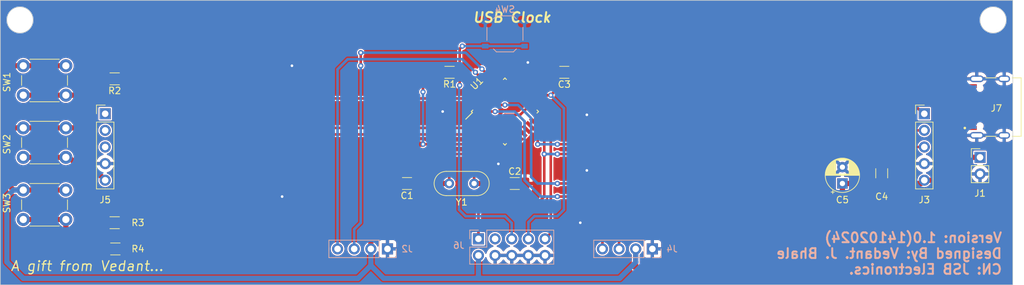
<source format=kicad_pcb>
(kicad_pcb (version 20221018) (generator pcbnew)
  (layers (0 "F.Cu" signal) (31 "B.Cu" signal) (34 "B.Paste" user) (35 "F.Paste" user) (36 "B.SilkS" user "B.Silkscreen") (37 "F.SilkS" user "F.Silkscreen") (38 "B.Mask" user) (39 "F.Mask" user) (44 "Edge.Cuts" user))
  (net 0 "")
  (net 1 "Net-(U1-XTAL1{slash}PB6)")
  (net 2 "GND")
  (net 3 "Net-(U1-XTAL2{slash}PB7)")
  (net 4 "+5V")
  (net 5 "/SDA")
  (net 6 "/SCL")
  (net 7 "Net-(U1-AREF)")
  (net 8 "/CS")
  (net 9 "/SCK")
  (net 10 "/Rx")
  (net 11 "/Tx")
  (net 12 "/UP")
  (net 13 "/SEL")
  (net 14 "/DWN")
  (net 20 "/MOSI")
  (net 28 "/RST")
  (net 29 "/MISO")
  (footprint "Capacitor_SMD:C_1206_3216Metric_Pad1.33x1.80mm_HandSolder" (layer "F.Cu") (at 129.5625 105 180)
    (fp_text reference "C1" (at 0 -1.85) (layer "F.SilkS"))
    (fp_text value "22pf")
    (pad "1" smd roundrect (at -1.5625 0 180) (size 1.325 1.8) (layers "F.Cu" "F.Paste" "F.Mask") (roundrect_rratio 0.188679) (net 1 "Net-(U1-XTAL1{slash}PB6)"))
    (pad "2" smd roundrect (at 1.5625 0 180) (size 1.325 1.8) (layers "F.Cu" "F.Paste" "F.Mask") (roundrect_rratio 0.188679) (net 2 "GND"))
  )
  (footprint "Resistor_SMD:R_1206_3216Metric_Pad1.30x1.75mm_HandSolder" (layer "F.Cu") (at 84.95 89 180)
    (fp_text reference "R2" (at 0 -1.82) (layer "F.SilkS"))
    (fp_text value "10K")
    (pad "1" smd roundrect (at -1.55 0 180) (size 1.3 1.75) (layers "F.Cu" "F.Paste" "F.Mask") (roundrect_rratio 0.192308) (net 2 "GND"))
    (pad "2" smd roundrect (at 1.55 0 180) (size 1.3 1.75) (layers "F.Cu" "F.Paste" "F.Mask") (roundrect_rratio 0.192308) (net 12 "/UP"))
  )
  (footprint "Button_Switch_THT:SW_PUSH_6mm" (layer "F.Cu") (at 77.5 110.5 180)
    (fp_text reference "SW3" (at 9 2.5 90) (layer "F.SilkS"))
    (fp_text value "SW_Down")
    (pad "1" thru_hole circle (at 0 0 270) (size 2 2) (drill 1.1) (layers "*.Cu" "*.Mask") (net 14 "/DWN"))
    (pad "1" thru_hole circle (at 6.5 0 270) (size 2 2) (drill 1.1) (layers "*.Cu" "*.Mask") (net 14 "/DWN"))
    (pad "2" thru_hole circle (at 0 4.5 270) (size 2 2) (drill 1.1) (layers "*.Cu" "*.Mask") (net 4 "+5V"))
    (pad "2" thru_hole circle (at 6.5 4.5 270) (size 2 2) (drill 1.1) (layers "*.Cu" "*.Mask") (net 4 "+5V"))
  )
  (footprint "Connector:TYPE-C USB Female" (layer "F.Cu") (at 217 93.32 90)
    (fp_text reference "J7" (at -0.18 2.5 180) (layer "F.SilkS"))
    (fp_text value "Type-C USB")
    (pad "" np_thru_hole circle (at -2.89 0 90) (size 0.65 0.65) (drill 0.65) (layers "*.Cu" "*.Mask"))
    (pad "" np_thru_hole circle (at 2.89 0 90) (size 0.65 0.65) (drill 0.65) (layers "*.Cu" "*.Mask"))
    (pad "A1_B12" smd rect (at -3.2 -1.065 90) (size 0.6 1.15) (layers "F.Cu" "F.Paste" "F.Mask") (net 2 "GND"))
    (pad "A4_B9" smd rect (at -2.4 -1.065 90) (size 0.6 1.15) (layers "F.Cu" "F.Paste" "F.Mask") (net 4 "+5V"))
    (pad "A5" smd rect (at -1.25 -1.065 90) (size 0.3 1.15) (layers "F.Cu" "F.Paste" "F.Mask"))
    (pad "A6" smd rect (at -0.25 -1.065 90) (size 0.3 1.15) (layers "F.Cu" "F.Paste" "F.Mask"))
    (pad "A7" smd rect (at 0.25 -1.065 90) (size 0.3 1.15) (layers "F.Cu" "F.Paste" "F.Mask"))
    (pad "A8" smd rect (at 1.25 -1.065 90) (size 0.3 1.15) (layers "F.Cu" "F.Paste" "F.Mask"))
    (pad "B1_A12" smd rect (at 3.2 -1.065 90) (size 0.6 1.15) (layers "F.Cu" "F.Paste" "F.Mask") (net 2 "GND"))
    (pad "B4_A9" smd rect (at 2.4 -1.065 90) (size 0.6 1.15) (layers "F.Cu" "F.Paste" "F.Mask") (net 4 "+5V"))
    (pad "B5" smd rect (at 1.75 -1.065 90) (size 0.3 1.15) (layers "F.Cu" "F.Paste" "F.Mask"))
    (pad "B6" smd rect (at 0.75 -1.065 90) (size 0.3 1.15) (layers "F.Cu" "F.Paste" "F.Mask"))
    (pad "B7" smd rect (at -0.75 -1.065 90) (size 0.3 1.15) (layers "F.Cu" "F.Paste" "F.Mask"))
    (pad "B8" smd rect (at -1.75 -1.065 90) (size 0.3 1.15) (layers "F.Cu" "F.Paste" "F.Mask"))
    (pad "S1" thru_hole oval (at -4.32 3.68 90) (size 1 1.8) (drill oval 0.6 1.4) (layers "*.Cu" "*.Mask") (net 2 "GND"))
    (pad "S2" thru_hole oval (at 4.32 3.68 90) (size 1 1.8) (drill oval 0.6 1.4) (layers "*.Cu" "*.Mask") (net 2 "GND"))
    (pad "S3" thru_hole oval (at -4.32 -0.5 90) (size 1 2.1) (drill oval 0.6 1.7) (layers "*.Cu" "*.Mask") (net 2 "GND"))
    (pad "S4" thru_hole oval (at 4.32 -0.5 90) (size 1 2.1) (drill oval 0.6 1.7) (layers "*.Cu" "*.Mask") (net 2 "GND"))
  )
  (footprint "Package_QFP:TQFP-32_7x7mm_P0.8mm" (layer "F.Cu") (at 144.5 94 45)
    (fp_text reference "U1" (at 0 -6.05 45) (layer "F.SilkS"))
    (fp_text value "ATmega328P-A")
    (pad "1" smd rect (at -4.25 -2.8 45) (size 1.6 0.55) (layers "F.Cu" "F.Paste" "F.Mask") (net 13 "/SEL"))
    (pad "2" smd rect (at -4.25 -2 45) (size 1.6 0.55) (layers "F.Cu" "F.Paste" "F.Mask") (net 14 "/DWN"))
    (pad "3" smd rect (at -4.25 -1.2 45) (size 1.6 0.55) (layers "F.Cu" "F.Paste" "F.Mask") (net 2 "GND"))
    (pad "4" smd rect (at -4.25 -0.4 45) (size 1.6 0.55) (layers "F.Cu" "F.Paste" "F.Mask") (net 4 "+5V"))
    (pad "5" smd rect (at -4.25 0.4 45) (size 1.6 0.55) (layers "F.Cu" "F.Paste" "F.Mask") (net 2 "GND"))
    (pad "6" smd rect (at -4.25 1.2 45) (size 1.6 0.55) (layers "F.Cu" "F.Paste" "F.Mask") (net 4 "+5V"))
    (pad "7" smd rect (at -4.25 2 45) (size 1.6 0.55) (layers "F.Cu" "F.Paste" "F.Mask") (net 1 "Net-(U1-XTAL1{slash}PB6)"))
    (pad "8" smd rect (at -4.25 2.8 45) (size 1.6 0.55) (layers "F.Cu" "F.Paste" "F.Mask") (net 3 "Net-(U1-XTAL2{slash}PB7)"))
    (pad "9" smd rect (at -2.8 4.25 135) (size 1.6 0.55) (layers "F.Cu" "F.Paste" "F.Mask"))
    (pad "10" smd rect (at -2 4.25 135) (size 1.6 0.55) (layers "F.Cu" "F.Paste" "F.Mask"))
    (pad "11" smd rect (at -1.2 4.25 135) (size 1.6 0.55) (layers "F.Cu" "F.Paste" "F.Mask"))
    (pad "12" smd rect (at -0.4 4.25 135) (size 1.6 0.55) (layers "F.Cu" "F.Paste" "F.Mask"))
    (pad "13" smd rect (at 0.4 4.25 135) (size 1.6 0.55) (layers "F.Cu" "F.Paste" "F.Mask"))
    (pad "14" smd rect (at 1.2 4.25 135) (size 1.6 0.55) (layers "F.Cu" "F.Paste" "F.Mask") (net 8 "/CS"))
    (pad "15" smd rect (at 2 4.25 135) (size 1.6 0.55) (layers "F.Cu" "F.Paste" "F.Mask") (net 20 "/MOSI"))
    (pad "16" smd rect (at 2.8 4.25 135) (size 1.6 0.55) (layers "F.Cu" "F.Paste" "F.Mask") (net 29 "/MISO"))
    (pad "17" smd rect (at 4.25 2.8 45) (size 1.6 0.55) (layers "F.Cu" "F.Paste" "F.Mask") (net 9 "/SCK"))
    (pad "18" smd rect (at 4.25 2 45) (size 1.6 0.55) (layers "F.Cu" "F.Paste" "F.Mask") (net 4 "+5V"))
    (pad "19" smd rect (at 4.25 1.2 45) (size 1.6 0.55) (layers "F.Cu" "F.Paste" "F.Mask"))
    (pad "20" smd rect (at 4.25 0.4 45) (size 1.6 0.55) (layers "F.Cu" "F.Paste" "F.Mask") (net 7 "Net-(U1-AREF)"))
    (pad "21" smd rect (at 4.25 -0.4 45) (size 1.6 0.55) (layers "F.Cu" "F.Paste" "F.Mask") (net 2 "GND"))
    (pad "22" smd rect (at 4.25 -1.2 45) (size 1.6 0.55) (layers "F.Cu" "F.Paste" "F.Mask"))
    (pad "23" smd rect (at 4.25 -2 45) (size 1.6 0.55) (layers "F.Cu" "F.Paste" "F.Mask"))
    (pad "24" smd rect (at 4.25 -2.8 45) (size 1.6 0.55) (layers "F.Cu" "F.Paste" "F.Mask"))
    (pad "25" smd rect (at 2.8 -4.25 135) (size 1.6 0.55) (layers "F.Cu" "F.Paste" "F.Mask"))
    (pad "26" smd rect (at 2 -4.25 135) (size 1.6 0.55) (layers "F.Cu" "F.Paste" "F.Mask"))
    (pad "27" smd rect (at 1.2 -4.25 135) (size 1.6 0.55) (layers "F.Cu" "F.Paste" "F.Mask") (net 5 "/SDA"))
    (pad "28" smd rect (at 0.4 -4.25 135) (size 1.6 0.55) (layers "F.Cu" "F.Paste" "F.Mask") (net 6 "/SCL"))
    (pad "29" smd rect (at -0.4 -4.25 135) (size 1.6 0.55) (layers "F.Cu" "F.Paste" "F.Mask") (net 28 "/RST"))
    (pad "30" smd rect (at -1.2 -4.25 135) (size 1.6 0.55) (layers "F.Cu" "F.Paste" "F.Mask") (net 10 "/Rx"))
    (pad "31" smd rect (at -2 -4.25 135) (size 1.6 0.55) (layers "F.Cu" "F.Paste" "F.Mask") (net 11 "/Tx"))
    (pad "32" smd rect (at -2.8 -4.25 135) (size 1.6 0.55) (layers "F.Cu" "F.Paste" "F.Mask") (net 12 "/UP"))
  )
  (footprint "Resistor_SMD:R_1206_3216Metric_Pad1.30x1.75mm_HandSolder" (layer "F.Cu") (at 85.05 115 180)
    (fp_text reference "R4" (at -3.45 0) (layer "F.SilkS"))
    (fp_text value "10K")
    (pad "1" smd roundrect (at -1.55 0 180) (size 1.3 1.75) (layers "F.Cu" "F.Paste" "F.Mask") (roundrect_rratio 0.192308) (net 2 "GND"))
    (pad "2" smd roundrect (at 1.55 0 180) (size 1.3 1.75) (layers "F.Cu" "F.Paste" "F.Mask") (roundrect_rratio 0.192308) (net 14 "/DWN"))
  )
  (footprint "Connector_PinHeader_2.54mm:PinHeader_1x05_P2.54mm_Vertical" (layer "F.Cu") (at 83.5 94.34)
    (fp_text reference "J5" (at 0 13.16) (layer "F.SilkS"))
    (fp_text value "Matrix_OUT")
    (pad "1" thru_hole rect (at 0 0) (size 1.7 1.7) (drill 1) (layers "*.Cu" "*.Mask"))
    (pad "2" thru_hole oval (at 0 2.54) (size 1.7 1.7) (drill 1) (layers "*.Cu" "*.Mask"))
    (pad "3" thru_hole oval (at 0 5.08) (size 1.7 1.7) (drill 1) (layers "*.Cu" "*.Mask"))
    (pad "4" thru_hole oval (at 0 7.62) (size 1.7 1.7) (drill 1) (layers "*.Cu" "*.Mask") (net 2 "GND"))
    (pad "5" thru_hole oval (at 0 10.16) (size 1.7 1.7) (drill 1) (layers "*.Cu" "*.Mask") (net 4 "+5V"))
  )
  (footprint "Button_Switch_THT:SW_PUSH_6mm" (layer "F.Cu") (at 77.5 101 180)
    (fp_text reference "SW2" (at 9 2 90) (layer "F.SilkS"))
    (fp_text value "SW_Sel")
    (pad "1" thru_hole circle (at 0 0 270) (size 2 2) (drill 1.1) (layers "*.Cu" "*.Mask") (net 13 "/SEL"))
    (pad "1" thru_hole circle (at 6.5 0 270) (size 2 2) (drill 1.1) (layers "*.Cu" "*.Mask") (net 13 "/SEL"))
    (pad "2" thru_hole circle (at 0 4.5 270) (size 2 2) (drill 1.1) (layers "*.Cu" "*.Mask") (net 4 "+5V"))
    (pad "2" thru_hole circle (at 6.5 4.5 270) (size 2 2) (drill 1.1) (layers "*.Cu" "*.Mask") (net 4 "+5V"))
  )
  (footprint "Capacitor_SMD:C_1206_3216Metric_Pad1.33x1.80mm_HandSolder" (layer "F.Cu") (at 153.5625 88 180)
    (fp_text reference "C3" (at 0 -1.85) (layer "F.SilkS"))
    (fp_text value "0.1uf")
    (pad "1" smd roundrect (at -1.5625 0 180) (size 1.325 1.8) (layers "F.Cu" "F.Paste" "F.Mask") (roundrect_rratio 0.188679) (net 2 "GND"))
    (pad "2" smd roundrect (at 1.5625 0 180) (size 1.325 1.8) (layers "F.Cu" "F.Paste" "F.Mask") (roundrect_rratio 0.188679) (net 7 "Net-(U1-AREF)"))
  )
  (footprint "Crystal:Crystal_HC52-6mm_Vertical" (layer "F.Cu") (at 139.8 105 180)
    (fp_text reference "Y1" (at 1.9 -2.85) (layer "F.SilkS"))
    (fp_text value "16MHz")
    (pad "1" thru_hole circle (at 0 0 180) (size 1.5 1.5) (drill 0.8) (layers "*.Cu" "*.Mask") (net 3 "Net-(U1-XTAL2{slash}PB7)"))
    (pad "2" thru_hole circle (at 3.8 0 180) (size 1.5 1.5) (drill 0.8) (layers "*.Cu" "*.Mask") (net 1 "Net-(U1-XTAL1{slash}PB6)"))
  )
  (footprint "Resistor_SMD:R_1206_3216Metric_Pad1.30x1.75mm_HandSolder" (layer "F.Cu") (at 84.95 111 180)
    (fp_text reference "R3" (at -3.55 0) (layer "F.SilkS"))
    (fp_text value "10K")
    (pad "1" smd roundrect (at -1.55 0 180) (size 1.3 1.75) (layers "F.Cu" "F.Paste" "F.Mask") (roundrect_rratio 0.192308) (net 2 "GND"))
    (pad "2" smd roundrect (at 1.55 0 180) (size 1.3 1.75) (layers "F.Cu" "F.Paste" "F.Mask") (roundrect_rratio 0.192308) (net 13 "/SEL"))
  )
  (footprint "Connector_PinHeader_2.54mm:PinHeader_1x05_P2.54mm_Vertical" (layer "F.Cu") (at 208.5 94.34)
    (fp_text reference "J3" (at 0 13.16) (layer "F.SilkS"))
    (fp_text value "Matrix_IN")
    (pad "1" thru_hole rect (at 0 0) (size 1.7 1.7) (drill 1) (layers "*.Cu" "*.Mask") (net 9 "/SCK"))
    (pad "2" thru_hole oval (at 0 2.54) (size 1.7 1.7) (drill 1) (layers "*.Cu" "*.Mask") (net 8 "/CS"))
    (pad "3" thru_hole oval (at 0 5.08) (size 1.7 1.7) (drill 1) (layers "*.Cu" "*.Mask") (net 20 "/MOSI"))
    (pad "4" thru_hole oval (at 0 7.62) (size 1.7 1.7) (drill 1) (layers "*.Cu" "*.Mask") (net 2 "GND"))
    (pad "5" thru_hole oval (at 0 10.16) (size 1.7 1.7) (drill 1) (layers "*.Cu" "*.Mask") (net 4 "+5V"))
  )
  (footprint "Capacitor_SMD:C_1206_3216Metric_Pad1.33x1.80mm_HandSolder" (layer "F.Cu") (at 146 105)
    (fp_text reference "C2" (at 0 -1.85) (layer "F.SilkS"))
    (fp_text value "22pf")
    (pad "1" smd roundrect (at -1.5625 0) (size 1.325 1.8) (layers "F.Cu" "F.Paste" "F.Mask") (roundrect_rratio 0.188679) (net 3 "Net-(U1-XTAL2{slash}PB7)"))
    (pad "2" smd roundrect (at 1.5625 0) (size 1.325 1.8) (layers "F.Cu" "F.Paste" "F.Mask") (roundrect_rratio 0.188679) (net 2 "GND"))
  )
  (footprint "Capacitor_SMD:C_1206_3216Metric_Pad1.33x1.80mm_HandSolder" (layer "F.Cu") (at 202 103.4375 -90)
    (fp_text reference "C4" (at 3.5625 0 -180) (layer "F.SilkS"))
    (fp_text value "0.1uf")
    (pad "1" smd roundrect (at -1.5625 0 270) (size 1.325 1.8) (layers "F.Cu" "F.Paste" "F.Mask") (roundrect_rratio 0.188679) (net 2 "GND"))
    (pad "2" smd roundrect (at 1.5625 0 270) (size 1.325 1.8) (layers "F.Cu" "F.Paste" "F.Mask") (roundrect_rratio 0.188679) (net 4 "+5V"))
  )
  (footprint "Button_Switch_THT:SW_PUSH_6mm" (layer "F.Cu") (at 77.5 91.5 180)
    (fp_text reference "SW1" (at 9 2 90) (layer "F.SilkS"))
    (fp_text value "SW_UP")
    (pad "1" thru_hole circle (at 0 0 270) (size 2 2) (drill 1.1) (layers "*.Cu" "*.Mask") (net 12 "/UP"))
    (pad "1" thru_hole circle (at 6.5 0 270) (size 2 2) (drill 1.1) (layers "*.Cu" "*.Mask") (net 12 "/UP"))
    (pad "2" thru_hole circle (at 0 4.5 270) (size 2 2) (drill 1.1) (layers "*.Cu" "*.Mask") (net 4 "+5V"))
    (pad "2" thru_hole circle (at 6.5 4.5 270) (size 2 2) (drill 1.1) (layers "*.Cu" "*.Mask") (net 4 "+5V"))
  )
  (footprint "Resistor_SMD:R_1206_3216Metric_Pad1.30x1.75mm_HandSolder" (layer "F.Cu") (at 136.05 88 180)
    (fp_text reference "R1" (at 0 -1.82) (layer "F.SilkS"))
    (fp_text value "10K")
    (pad "1" smd roundrect (at -1.55 0 180) (size 1.3 1.75) (layers "F.Cu" "F.Paste" "F.Mask") (roundrect_rratio 0.192308) (net 28 "/RST"))
    (pad "2" smd roundrect (at 1.55 0 180) (size 1.3 1.75) (layers "F.Cu" "F.Paste" "F.Mask") (roundrect_rratio 0.192308) (net 4 "+5V"))
  )
  (footprint "Capacitor_THT:CP_Radial_D5.0mm_P2.50mm" (layer "F.Cu") (at 196 105 90)
    (fp_text reference "C5" (at -2.5 0 180) (layer "F.SilkS"))
    (fp_text value "4.7uf")
    (pad "1" thru_hole rect (at 0 0 90) (size 1.6 1.6) (drill 0.8) (layers "*.Cu" "*.Mask") (net 4 "+5V"))
    (pad "2" thru_hole circle (at 2.5 0 90) (size 1.6 1.6) (drill 0.8) (layers "*.Cu" "*.Mask") (net 2 "GND"))
  )
  (footprint "Connector_PinHeader_2.54mm:PinHeader_1x02_P2.54mm_Vertical" (layer "F.Cu") (at 217 101)
    (fp_text reference "J1" (at 0 5.5 180) (layer "F.SilkS"))
    (fp_text value "USB_IN")
    (pad "1" thru_hole rect (at 0 0) (size 1.7 1.7) (drill 1) (layers "*.Cu" "*.Mask") (net 4 "+5V"))
    (pad "2" thru_hole oval (at 0 2.54) (size 1.7 1.7) (drill 1) (layers "*.Cu" "*.Mask") (net 2 "GND"))
  )
  (footprint "Connector_PinHeader_2.54mm:PinHeader_2x05_P2.54mm_Vertical" (layer "B.Cu") (at 140.46 113.46 -90)
    (fp_text reference "J6" (at 1 3) (layer "B.SilkS") (effects (justify mirror)))
    (fp_text value "AVR-ISP-10")
    (pad "1" thru_hole rect (at 0 0 270) (size 1.7 1.7) (drill 1) (layers "*.Cu" "*.Mask") (net 20 "/MOSI"))
    (pad "2" thru_hole oval (at 2.54 0 270) (size 1.7 1.7) (drill 1) (layers "*.Cu" "*.Mask") (net 4 "+5V"))
    (pad "3" thru_hole oval (at 0 -2.54 270) (size 1.7 1.7) (drill 1) (layers "*.Cu" "*.Mask"))
    (pad "4" thru_hole oval (at 2.54 -2.54 270) (size 1.7 1.7) (drill 1) (layers "*.Cu" "*.Mask") (net 2 "GND"))
    (pad "5" thru_hole oval (at 0 -5.08 270) (size 1.7 1.7) (drill 1) (layers "*.Cu" "*.Mask") (net 28 "/RST"))
    (pad "6" thru_hole oval (at 2.54 -5.08 270) (size 1.7 1.7) (drill 1) (layers "*.Cu" "*.Mask") (net 2 "GND"))
    (pad "7" thru_hole oval (at 0 -7.62 270) (size 1.7 1.7) (drill 1) (layers "*.Cu" "*.Mask") (net 9 "/SCK"))
    (pad "8" thru_hole oval (at 2.54 -7.62 270) (size 1.7 1.7) (drill 1) (layers "*.Cu" "*.Mask") (net 2 "GND"))
    (pad "9" thru_hole oval (at 0 -10.16 270) (size 1.7 1.7) (drill 1) (layers "*.Cu" "*.Mask") (net 29 "/MISO"))
    (pad "10" thru_hole oval (at 2.54 -10.16 270) (size 1.7 1.7) (drill 1) (layers "*.Cu" "*.Mask") (net 2 "GND"))
  )
  (footprint "Connector_PinHeader_2.54mm:PinHeader_1x04_P2.54mm_Vertical" (layer "B.Cu") (at 167 115 90)
    (fp_text reference "J4" (at 0 3 180) (layer "B.SilkS") (effects (justify mirror)))
    (fp_text value "UART")
    (pad "1" thru_hole rect (at 0 0 90) (size 1.7 1.7) (drill 1) (layers "*.Cu" "*.Mask") (net 2 "GND"))
    (pad "2" thru_hole oval (at 0 -2.54 90) (size 1.7 1.7) (drill 1) (layers "*.Cu" "*.Mask") (net 4 "+5V"))
    (pad "3" thru_hole oval (at 0 -5.08 90) (size 1.7 1.7) (drill 1) (layers "*.Cu" "*.Mask") (net 10 "/Rx"))
    (pad "4" thru_hole oval (at 0 -7.62 90) (size 1.7 1.7) (drill 1) (layers "*.Cu" "*.Mask") (net 11 "/Tx"))
  )
  (footprint "Connector_PinHeader_2.54mm:PinHeader_1x04_P2.54mm_Vertical" (layer "B.Cu") (at 126.58 115 90)
    (fp_text reference "J2" (at 0 3 180) (layer "B.SilkS") (effects (justify mirror)))
    (fp_text value "DS3231")
    (pad "1" thru_hole rect (at 0 0 90) (size 1.7 1.7) (drill 1) (layers "*.Cu" "*.Mask") (net 2 "GND"))
    (pad "2" thru_hole oval (at 0 -2.54 90) (size 1.7 1.7) (drill 1) (layers "*.Cu" "*.Mask") (net 4 "+5V"))
    (pad "3" thru_hole oval (at 0 -5.08 90) (size 1.7 1.7) (drill 1) (layers "*.Cu" "*.Mask") (net 5 "/SDA"))
    (pad "4" thru_hole oval (at 0 -7.62 90) (size 1.7 1.7) (drill 1) (layers "*.Cu" "*.Mask") (net 6 "/SCL"))
  )
  (footprint "Button_Switch_SMD:SW_Push_1P1T_XKB_TS-1187A" (layer "B.Cu") (at 144.5 82.125 180)
    (fp_text reference "SW4" (at 0 3.75) (layer "B.SilkS") (effects (justify mirror)))
    (fp_text value "RST")
    (pad "1" smd rect (at -3 1.875 180) (size 1 0.75) (layers "B.Cu" "B.Paste" "B.Mask") (net 2 "GND"))
    (pad "1" smd rect (at 3 1.875 180) (size 1 0.75) (layers "B.Cu" "B.Paste" "B.Mask") (net 2 "GND"))
    (pad "2" smd rect (at -3 -1.875 180) (size 1 0.75) (layers "B.Cu" "B.Paste" "B.Mask") (net 28 "/RST"))
    (pad "2" smd rect (at 3 -1.875 180) (size 1 0.75) (layers "B.Cu" "B.Paste" "B.Mask") (net 28 "/RST"))
  )
  (gr_circle (center 70.5 80) (end 72.5 80) (stroke (width 0.1)) (fill none) (layer "Edge.Cuts"))
  (gr_rect (start 67.5 77) (end 222 120.5) (stroke (width 0.1)) (fill none) (layer "Edge.Cuts"))
  (gr_circle (center 219 80) (end 221 80) (stroke (width 0.1)) (fill none) (layer "Edge.Cuts"))
  (gr_text "Version: 1.0(14102024)\nDesigned By: Vedant. J. Bhale\nCN: JSB Electronics." (at 220.5 119) (layer "B.SilkS") (effects (font (size 1.5 1.5) (thickness 0.3) bold) (justify left bottom mirror)))
  (gr_text "A gift from Vedant..." (at 69 118.5) (layer "F.SilkS") (effects (font (size 1.5 1.5) (thickness 0.1875) italic) (justify left bottom)))
  (gr_text "USB Clock" (at 139.5 80.5) (layer "F.SilkS") (effects (font (size 1.5 1.5) (thickness 0.3) bold italic) (justify left bottom)))
  (segment (start 136 105) (end 131.125 105) (width 0.8) (layer "F.Cu") (net 1))
  (segment (start 140.828427 100.5) (end 137 100.5) (width 0.4) (layer "F.Cu") (net 1))
  (segment (start 142.90901 98.419417) (end 140.828427 100.5) (width 0.4) (layer "F.Cu") (net 1))
  (segment (start 136 101.5) (end 136 105) (width 0.4) (layer "F.Cu") (net 1))
  (segment (start 137 100.5) (end 136 101.5) (width 0.4) (layer "F.Cu") (net 1))
  (via (at 148 86.5) (size 0.8) (drill 0.4) (layers "F.Cu" "B.Cu") (net 2))
  (via (at 112 87) (size 0.8) (drill 0.4) (layers "F.Cu" "B.Cu") (net 2))
  (via (at 157 103) (size 0.8) (drill 0.4) (layers "F.Cu" "B.Cu") (net 2))
  (via (at 157 94.5) (size 0.8) (drill 0.4) (layers "F.Cu" "B.Cu") (net 2))
  (via (at 135 94) (size 0.8) (drill 0.4) (layers "F.Cu" "B.Cu") (net 2))
  (via (at 143.5 102) (size 0.8) (drill 0.4) (layers "F.Cu" "B.Cu") (net 2))
  (via (at 156 111) (size 0.8) (drill 0.4) (layers "F.Cu" "B.Cu") (net 2))
  (via (at 110.5 107) (size 0.8) (drill 0.4) (layers "F.Cu" "B.Cu") (net 2))
  (segment (start 143.474695 98.985103) (end 139.8 102.659798) (width 0.4) (layer "F.Cu") (net 3))
  (segment (start 139.8 102.659798) (end 139.8 105) (width 0.4) (layer "F.Cu") (net 3))
  (segment (start 139.8 105) (end 144.4375 105) (width 0.8) (layer "F.Cu") (net 3))
  (segment (start 69.5 87) (end 68.5 88) (width 0.8) (layer "F.Cu") (net 4))
  (segment (start 214.58 90.92) (end 215.935 90.92) (width 0.4) (layer "F.Cu") (net 4))
  (segment (start 134.5 88) (end 133 88) (width 0.4) (layer "F.Cu") (net 4))
  (segment (start 148.919417 92.40901) (end 146.828427 94.5) (width 0.4) (layer "F.Cu") (net 4))
  (segment (start 124.04 100.46) (end 125.5 99) (width 0.8) (layer "F.Cu") (net 4))
  (segment (start 77.5 96.5) (end 79.5 96.5) (width 0.8) (layer "F.Cu") (net 4))
  (segment (start 71 87) (end 77.5 87) (width 0.8) (layer "F.Cu") (net 4))
  (segment (start 202 105) (end 208 105) (width 0.8) (layer "F.Cu") (net 4))
  (segment (start 214 95.72) (end 214 101) (width 0.4) (layer "F.Cu") (net 4))
  (segment (start 194 119) (end 196 117) (width 0.8) (layer "F.Cu") (net 4))
  (segment (start 144.5 94.5) (end 142.75 96.25) (width 0.4) (layer "F.Cu") (net 4))
  (segment (start 196 105) (end 202 105) (width 0.8) (layer "F.Cu") (net 4))
  (segment (start 208 105) (end 208.5 104.5) (width 0.8) (layer "F.Cu") (net 4))
  (segment (start 212 102) (end 213 101) (width 0.8) (layer "F.Cu") (net 4))
  (segment (start 165.5 119) (end 194 119) (width 0.8) (layer "F.Cu") (net 4))
  (segment (start 214 101) (end 217 101) (width 0.8) (layer "F.Cu") (net 4))
  (segment (start 164.46 115) (end 164.46 117.96) (width 0.8) (layer "F.Cu") (net 4))
  (segment (start 214 95.72) (end 214 91.5) (width 0.4) (layer "F.Cu") (net 4))
  (segment (start 142 96) (end 142.5 96) (width 0.4) (layer "F.Cu") (net 4))
  (segment (start 211.5 104.5) (end 212 104) (width 0.8) (layer "F.Cu") (net 4))
  (segment (start 68.5 88) (end 68.5 96.5) (width 0.8) (layer "F.Cu") (net 4))
  (segment (start 213 101) (end 214 101) (width 0.8) (layer "F.Cu") (net 4))
  (segment (start 143 96.5) (end 143 97.197056) (width 0.4) (layer "F.Cu") (net 4))
  (segment (start 142.75 96.25) (end 143 96.5) (width 0.4) (layer "F.Cu") (net 4))
  (segment (start 125.5 99) (end 132 99) (width 0.8) (layer "F.Cu") (net 4))
  (segment (start 212 104) (end 212 102) (width 0.8) (layer "F.Cu") (net 4))
  (segment (start 68.5 96.5) (end 68.5 105) (width 0.8) (layer "F.Cu") (net 4))
  (segment (start 71 96.5) (end 77.5 96.5) (width 0.8) (layer "F.Cu") (net 4))
  (segment (start 80.5 97.5) (end 80.5 101.5) (width 0.8) (layer "F.Cu") (net 4))
  (segment (start 146.828427 94.5) (end 144.5 94.5) (width 0.4) (layer "F.Cu") (net 4))
  (segment (start 196 117) (end 196 105) (width 0.8) (layer "F.Cu") (net 4))
  (segment (start 124.04 115) (end 124.04 100.46) (width 0.8) (layer "F.Cu") (net 4))
  (segment (start 71 87) (end 69.5 87) (width 0.8) (layer "F.Cu") (net 4))
  (segment (start 68.5 105) (end 69.5 106) (width 0.8) (layer "F.Cu") (net 4))
  (segment (start 142.5 96) (end 142.75 96.25) (width 0.4) (layer "F.Cu") (net 4))
  (segment (start 71 96.5) (end 68.5 96.5) (width 0.8) (layer "F.Cu") (net 4))
  (segment (start 79.5 96.5) (end 80.5 97.5) (width 0.8) (layer "F.Cu") (net 4))
  (segment (start 138.934314 99) (end 141.211953 96.722361) (width 0.4) (layer "F.Cu") (net 4))
  (segment (start 69.5 106) (end 71 106) (width 0.8) (layer "F.Cu") (net 4))
  (segment (start 164.46 117.96) (end 165.5 119) (width 0.8) (layer "F.Cu") (net 4))
  (segment (start 71 106) (end 77.5 106) (width 0.8) (layer "F.Cu") (net 4))
  (segment (start 80.5 101.5) (end 83.5 104.5) (width 0.8) (layer "F.Cu") (net 4))
  (segment (start 133 88) (end 132 89) (width 0.4) (layer "F.Cu") (net 4))
  (segment (start 208.5 104.5) (end 211.5 104.5) (width 0.8) (layer "F.Cu") (net 4))
  (segment (start 132 99) (end 138.934314 99) (width 0.4) (layer "F.Cu") (net 4))
  (segment (start 132 89) (end 132 91) (width 0.4) (layer "F.Cu") (net 4))
  (segment (start 143 97.197056) (end 142.343324 97.853732) (width 0.4) (layer "F.Cu") (net 4))
  (segment (start 141.277639 96.722361) (end 142 96) (width 0.4) (layer "F.Cu") (net 4))
  (segment (start 141.211953 96.722361) (end 141.277639 96.722361) (width 0.4) (layer "F.Cu") (net 4))
  (segment (start 214 91.5) (end 214.58 90.92) (width 0.4) (layer "F.Cu") (net 4))
  (segment (start 215.935 95.72) (end 214 95.72) (width 0.4) (layer "F.Cu") (net 4))
  (via (at 132 91) (size 0.8) (drill 0.4) (layers "F.Cu" "B.Cu") (net 4))
  (via (at 132 99) (size 0.8) (drill 0.4) (layers "F.Cu" "B.Cu") (net 4))
  (segment (start 140.5 119.5) (end 140.46 119.46) (width 0.8) (layer "B.Cu") (net 4))
  (segment (start 164.46 116.96) (end 164.46 115) (width 0.8) (layer "B.Cu") (net 4))
  (segment (start 69.5 106) (end 68.5 107) (width 0.8) (layer "B.Cu") (net 4))
  (segment (start 140.5 119.5) (end 162 119.5) (width 0.8) (layer "B.Cu") (net 4))
  (segment (start 124.04 117.54) (end 126 119.5) (width 0.8) (layer "B.Cu") (net 4))
  (segment (start 71 106) (end 69.5 106) (width 0.8) (layer "B.Cu") (net 4))
  (segment (start 68.5 117) (end 71 119.5) (width 0.8) (layer "B.Cu") (net 4))
  (segment (start 68.5 107) (end 68.5 117) (width 0.8) (layer "B.Cu") (net 4))
  (segment (start 126 119.5) (end 140.5 119.5) (width 0.8) (layer "B.Cu") (net 4))
  (segment (start 164.5 117) (end 164.46 116.96) (width 0.8) (layer "B.Cu") (net 4))
  (segment (start 122.08 119.5) (end 124.04 117.54) (width 0.8) (layer "B.Cu") (net 4))
  (segment (start 71 119.5) (end 122.08 119.5) (width 0.8) (layer "B.Cu") (net 4))
  (segment (start 162 119.5) (end 164.5 117) (width 0.8) (layer "B.Cu") (net 4))
  (segment (start 140.46 119.46) (end 140.46 116) (width 0.8) (layer "B.Cu") (net 4))
  (segment (start 132 91) (end 132 99) (width 0.4) (layer "B.Cu") (net 4))
  (segment (start 124.04 115) (end 124.04 117.54) (width 0.8) (layer "B.Cu") (net 4))
  (segment (start 141.5 89.302944) (end 141.5 88) (width 0.4) (layer "F.Cu") (net 5))
  (segment (start 122.5 85) (end 122.5 87) (width 0.4) (layer "F.Cu") (net 5))
  (segment (start 141.5 88) (end 141 87.5) (width 0.4) (layer "F.Cu") (net 5))
  (segment (start 142.343324 90.146268) (end 141.5 89.302944) (width 0.4) (layer "F.Cu") (net 5))
  (via (at 122.5 87) (size 0.8) (drill 0.4) (layers "F.Cu" "B.Cu") (net 5))
  (via (at 141 87.5) (size 0.8) (drill 0.4) (layers "F.Cu" "B.Cu") (net 5))
  (via (at 122.5 85) (size 0.8) (drill 0.4) (layers "F.Cu" "B.Cu") (net 5))
  (segment (start 141 87.5) (end 138.5 85) (width 0.4) (layer "B.Cu") (net 5))
  (segment (start 122.5 87) (end 122.5 111) (width 0.4) (layer "B.Cu") (net 5))
  (segment (start 122.5 111) (end 121.5 112) (width 0.4) (layer "B.Cu") (net 5))
  (segment (start 138.5 85) (end 122.5 85) (width 0.4) (layer "B.Cu") (net 5))
  (segment (start 121.5 112) (end 121.5 115) (width 0.4) (layer "B.Cu") (net 5))
  (segment (start 141.777639 90.711953) (end 140.6 89.534314) (width 0.4) (layer "F.Cu") (net 6))
  (segment (start 140.6 88.6) (end 140 88) (width 0.4) (layer "F.Cu") (net 6))
  (segment (start 140.6 89.534314) (end 140.6 88.6) (width 0.4) (layer "F.Cu") (net 6))
  (via (at 140 88) (size 0.8) (drill 0.4) (layers "F.Cu" "B.Cu") (net 6))
  (segment (start 118.96 115) (end 118.96 87.54) (width 0.4) (layer "B.Cu") (net 6))
  (segment (start 138 86) (end 140 88) (width 0.4) (layer "B.Cu") (net 6))
  (segment (start 118.96 87.54) (end 120.5 86) (width 0.4) (layer "B.Cu") (net 6))
  (segment (start 120.5 86) (end 138 86) (width 0.4) (layer "B.Cu") (net 6))
  (segment (start 147.788047 91.277639) (end 151.065686 88) (width 0.4) (layer "F.Cu") (net 7))
  (segment (start 151.065686 88) (end 152 88) (width 0.4) (layer "F.Cu") (net 7))
  (segment (start 193.12 96.88) (end 208.5 96.88) (width 0.4) (layer "F.Cu") (net 8))
  (segment (start 191 99) (end 193.12 96.88) (width 0.4) (layer "F.Cu") (net 8))
  (segment (start 152.5 99) (end 191 99) (width 0.4) (layer "F.Cu") (net 8))
  (segment (start 149.5 97.302944) (end 149.5 99) (width 0.4) (layer "F.Cu") (net 8))
  (segment (start 148.353732 96.156676) (end 149.5 97.302944) (width 0.4) (layer "F.Cu") (net 8))
  (via (at 152.5 99) (size 0.8) (drill 0.4) (layers "F.Cu" "B.Cu") (net 8))
  (via (at 149.5 99) (size 0.8) (drill 0.4) (layers "F.Cu" "B.Cu") (net 8))
  (segment (start 149.5 99) (end 152.5 99) (width 0.4) (layer "B.Cu") (net 8))
  (segment (start 167.5 91.5) (end 205.5 91.5) (width 0.4) (layer "F.Cu") (net 9))
  (segment (start 151.5 91.5) (end 150.959798 91.5) (width 0.4) (layer "F.Cu") (net 9))
  (segment (start 208.34 94.34) (end 208.5 94.34) (width 0.4) (layer "F.Cu") (net 9))
  (segment (start 205.5 91.5) (end 208.34 94.34) (width 0.4) (layer "F.Cu") (net 9))
  (segment (start 152.5 90.5) (end 151.5 91.5) (width 0.4) (layer "F.Cu") (net 9))
  (segment (start 150.959798 91.5) (end 149.485103 92.974695) (width 0.4) (layer "F.Cu") (net 9))
  (segment (start 166.5 90.5) (end 167.5 91.5) (width 0.4) (layer "F.Cu") (net 9))
  (segment (start 166.5 90.5) (end 152.5 90.5) (width 0.4) (layer "F.Cu") (net 9))
  (via (at 151.5 91.5) (size 0.8) (drill 0.4) (layers "F.Cu" "B.Cu") (net 9))
  (segment (start 153.5 93.5) (end 151.5 91.5) (width 0.4) (layer "B.Cu") (net 9))
  (segment (start 149 110) (end 152.5 110) (width 0.4) (layer "B.Cu") (net 9))
  (segment (start 148.08 110.92) (end 149 110) (width 0.4) (layer "B.Cu") (net 9))
  (segment (start 148.08 113.46) (end 148.08 110.92) (width 0.4) (layer "B.Cu") (net 9))
  (segment (start 153.5 109) (end 153.5 93.5) (width 0.4) (layer "B.Cu") (net 9))
  (segment (start 152.5 110) (end 153.5 109) (width 0.4) (layer "B.Cu") (net 9))
  (segment (start 140.646268 91.843324) (end 141.802944 93) (width 0.4) (layer "F.Cu") (net 10))
  (segment (start 141.802944 93) (end 144.5 93) (width 0.4) (layer "F.Cu") (net 10))
  (segment (start 160 105) (end 161.92 106.92) (width 0.4) (layer "F.Cu") (net 10))
  (segment (start 161.92 106.92) (end 161.92 115) (width 0.4) (layer "F.Cu") (net 10))
  (segment (start 152.5 105) (end 160 105) (width 0.4) (layer "F.Cu") (net 10))
  (via (at 144.5 93) (size 0.8) (drill 0.4) (layers "F.Cu" "B.Cu") (net 10))
  (via (at 152.5 105) (size 0.8) (drill 0.4) (layers "F.Cu" "B.Cu") (net 10))
  (segment (start 144.5 93) (end 146.5 93) (width 0.4) (layer "B.Cu") (net 10))
  (segment (start 148.5 104) (end 149.5 105) (width 0.4) (layer "B.Cu") (net 10))
  (segment (start 149.5 105) (end 152.5 105) (width 0.4) (layer "B.Cu") (net 10))
  (segment (start 148.5 95) (end 148.5 104) (width 0.4) (layer "B.Cu") (net 10))
  (segment (start 146.5 93) (end 148.5 95) (width 0.4) (layer "B.Cu") (net 10))
  (segment (start 152.5 107) (end 157.5 107) (width 0.4) (layer "F.Cu") (net 11))
  (segment (start 159.38 108.88) (end 159.38 115) (width 0.4) (layer "F.Cu") (net 11))
  (segment (start 140.080583 92.40901) (end 141.671573 94) (width 0.4) (layer "F.Cu") (net 11))
  (segment (start 157.5 107) (end 159.38 108.88) (width 0.4) (layer "F.Cu") (net 11))
  (segment (start 141.671573 94) (end 143 94) (width 0.4) (layer "F.Cu") (net 11))
  (via (at 143 94) (size 0.8) (drill 0.4) (layers "F.Cu" "B.Cu") (net 11))
  (via (at 152.5 107) (size 0.8) (drill 0.4) (layers "F.Cu" "B.Cu") (net 11))
  (segment (start 143 94) (end 146 94) (width 0.4) (layer "B.Cu") (net 11))
  (segment (start 146 94) (end 147.5 95.5) (width 0.4) (layer "B.Cu") (net 11))
  (segment (start 147.5 104.5) (end 150 107) (width 0.4) (layer "B.Cu") (net 11))
  (segment (start 150 107) (end 152.5 107) (width 0.4) (layer "B.Cu") (net 11))
  (segment (start 147.5 95.5) (end 147.5 104.5) (width 0.4) (layer "B.Cu") (net 11))
  (segment (start 83.5 89.1) (end 83.4 89) (width 0.4) (layer "F.Cu") (net 12))
  (segment (start 138.5 92) (end 84.5 92) (width 0.4) (layer "F.Cu") (net 12))
  (segment (start 77.5 91.5) (end 79.5 91.5) (width 0.8) (layer "F.Cu") (net 12))
  (segment (start 83.5 91) (end 83.5 89.1) (width 0.4) (layer "F.Cu") (net 12))
  (segment (start 139.514897 92.974695) (end 139.474695 92.974695) (width 0.4) (layer "F.Cu") (net 12))
  (segment (start 82 89) (end 83.4 89) (width 0.8) (layer "F.Cu") (net 12))
  (segment (start 84.5 92) (end 83.5 91) (width 0.4) (layer "F.Cu") (net 12))
  (segment (start 79.5 91.5) (end 82 89) (width 0.8) (layer "F.Cu") (net 12))
  (segment (start 71 91.5) (end 77.5 91.5) (width 0.8) (layer "F.Cu") (net 12))
  (segment (start 139.474695 92.974695) (end 138.5 92) (width 0.4) (layer "F.Cu") (net 12))
  (segment (start 139.474695 95.025305) (end 138 96.5) (width 0.4) (layer "F.Cu") (net 13))
  (segment (start 81.5 111) (end 83.4 111) (width 0.8) (layer "F.Cu") (net 13))
  (segment (start 80 109.5) (end 81.5 111) (width 0.8) (layer "F.Cu") (net 13))
  (segment (start 84 108) (end 83.5 108.5) (width 0.4) (layer "F.Cu") (net 13))
  (segment (start 71 101) (end 77.5 101) (width 0.8) (layer "F.Cu") (net 13))
  (segment (start 139.514897 95.025305) (end 139.474695 95.025305) (width 0.4) (layer "F.Cu") (net 13))
  (segment (start 89 96.5) (end 87.5 98) (width 0.4) (layer "F.Cu") (net 13))
  (segment (start 87.5 98) (end 87.5 106.5) (width 0.4) (layer "F.Cu") (net 13))
  (segment (start 77.5 101) (end 78 101) (width 0.8) (layer "F.Cu") (net 13))
  (segment (start 80 103) (end 80 109.5) (width 0.8) (layer "F.Cu") (net 13))
  (segment (start 138 96.5) (end 89 96.5) (width 0.4) (layer "F.Cu") (net 13))
  (segment (start 83.5 110.9) (end 83.4 111) (width 0.4) (layer "F.Cu") (net 13))
  (segment (start 86 108) (end 84 108) (width 0.4) (layer "F.Cu") (net 13))
  (segment (start 83.5 108.5) (end 83.5 110.9) (width 0.4) (layer "F.Cu") (net 13))
  (segment (start 78 101) (end 80 103) (width 0.8) (layer "F.Cu") (net 13))
  (segment (start 87.5 106.5) (end 86 108) (width 0.4) (layer "F.Cu") (net 13))
  (segment (start 87.5 113) (end 84 113) (width 0.4) (layer "F.Cu") (net 14))
  (segment (start 77.5 114) (end 78.5 115) (width 0.8) (layer "F.Cu") (net 14))
  (segment (start 84 113) (end 83.5 113.5) (width 0.4) (layer "F.Cu") (net 14))
  (segment (start 77.5 110.5) (end 77.5 114) (width 0.8) (layer "F.Cu") (net 14))
  (segment (start 78.5 115) (end 83.5 115) (width 0.8) (layer "F.Cu") (net 14))
  (segment (start 138.171573 97.5) (end 89.5 97.5) (width 0.4) (layer "F.Cu") (net 14))
  (segment (start 88.5 98.5) (end 88.5 112) (width 0.4) (layer "F.Cu") (net 14))
  (segment (start 88.5 112) (end 87.5 113) (width 0.4) (layer "F.Cu") (net 14))
  (segment (start 140.080583 95.59099) (end 138.171573 97.5) (width 0.4) (layer "F.Cu") (net 14))
  (segment (start 89.5 97.5) (end 88.5 98.5) (width 0.4) (layer "F.Cu") (net 14))
  (segment (start 83.5 113.5) (end 83.5 115) (width 0.4) (layer "F.Cu") (net 14))
  (segment (start 71 110.5) (end 77.5 110.5) (width 0.8) (layer "F.Cu") (net 14))
  (segment (start 150.5 107) (end 150.5 97.171573) (width 0.4) (layer "F.Cu") (net 20))
  (segment (start 149.5 108) (end 150.5 107) (width 0.4) (layer "F.Cu") (net 20))
  (segment (start 150.5 97.171573) (end 148.919417 95.59099) (width 0.4) (layer "F.Cu") (net 20))
  (segment (start 140.46 109.54) (end 142 108) (width 0.4) (layer "F.Cu") (net 20))
  (segment (start 140.46 113.46) (end 140.46 109.54) (width 0.4) (layer "F.Cu") (net 20))
  (segment (start 192.5 100.5) (end 152.5 100.5) (width 0.4) (layer "F.Cu") (net 20))
  (segment (start 142 108) (end 149.5 108) (width 0.4) (layer "F.Cu") (net 20))
  (segment (start 208.5 99.42) (end 193.58 99.42) (width 0.4) (layer "F.Cu") (net 20))
  (segment (start 193.58 99.42) (end 192.5 100.5) (width 0.4) (layer "F.Cu") (net 20))
  (via (at 152.5 100.5) (size 0.8) (drill 0.4) (layers "F.Cu" "B.Cu") (net 20))
  (via (at 150.5 100.5) (size 0.8) (drill 0.4) (layers "F.Cu" "B.Cu") (net 20))
  (segment (start 152.5 100.5) (end 150.5 100.5) (width 0.4) (layer "B.Cu") (net 20))
  (segment (start 140 90.065686) (end 141.211953 91.277639) (width 0.4) (layer "F.Cu") (net 28))
  (segment (start 137.6 90) (end 137.6 88) (width 0.4) (layer "F.Cu") (net 28))
  (segment (start 138.5 88) (end 140 89.5) (width 0.4) (layer "F.Cu") (net 28))
  (segment (start 137.6 88) (end 138.5 88) (width 0.4) (layer "F.Cu") (net 28))
  (segment (start 140 89.5) (end 140 90.065686) (width 0.4) (layer "F.Cu") (net 28))
  (segment (start 137.6 84.4) (end 138 84) (width 0.4) (layer "F.Cu") (net 28))
  (segment (start 137.6 88) (end 137.6 84.4) (width 0.4) (layer "F.Cu") (net 28))
  (via (at 138 84) (size 0.8) (drill 0.4) (layers "F.Cu" "B.Cu") (net 28))
  (via (at 137.6 90) (size 0.8) (drill 0.4) (layers "F.Cu" "B.Cu") (net 28))
  (segment (start 145.54 111.04) (end 145.54 113.46) (width 0.4) (layer "B.Cu") (net 28))
  (segment (start 138 84) (end 147.5 84) (width 0.4) (layer "B.Cu") (net 28))
  (segment (start 144.5 110) (end 145.54 111.04) (width 0.4) (layer "B.Cu") (net 28))
  (segment (start 138.5 110) (end 144.5 110) (width 0.4) (layer "B.Cu") (net 28))
  (segment (start 137.5 109) (end 138.5 110) (width 0.4) (layer "B.Cu") (net 28))
  (segment (start 137.5 90.1) (end 137.5 109) (width 0.4) (layer "B.Cu") (net 28))
  (segment (start 137.6 90) (end 137.5 90.1) (width 0.4) (layer "B.Cu") (net 28))
  (segment (start 151.5 97.040202) (end 151.5 112.58) (width 0.4) (layer "F.Cu") (net 29))
  (segment (start 149.485103 95.025305) (end 151.5 97.040202) (width 0.4) (layer "F.Cu") (net 29))
  (segment (start 151.5 112.58) (end 150.62 113.46) (width 0.4) (layer "F.Cu") (net 29))
  (zone (net 2) (net_name "GND") (layers "F&B.Cu") (connect_pads (clearance 0.2)) (min_thickness 0.25) (fill yes (thermal_gap 0.5) (thermal_bridge_width 0.5))
    (polygon (pts (xy 67.5 77) (xy 222 77) (xy 222 120.5) (xy 67.5 120.5)))
  )
)
</source>
